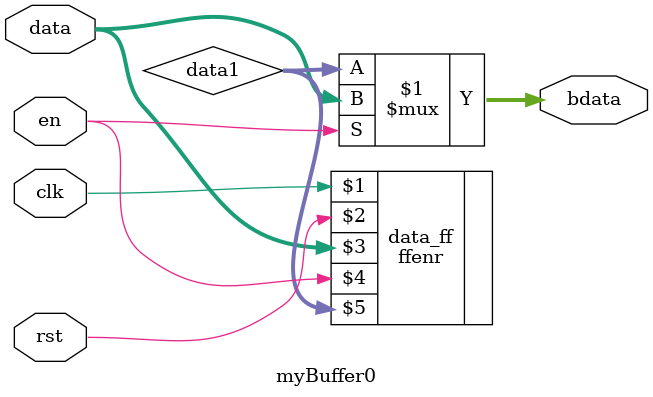
<source format=sv>
module myBuffer0 #(
    parameter WIDTH = 8
) (
    input                    clk,
    input                    rst,
    input  logic [WIDTH-1:0] data,
    input  logic             en,
    output logic [WIDTH-1:0] bdata
);
  logic [WIDTH-1:0] data1;
  
  ffenr #(WIDTH) data_ff (clk, rst, data, en, data1);
  
  assign bdata = en ? data : data1;
endmodule

</source>
